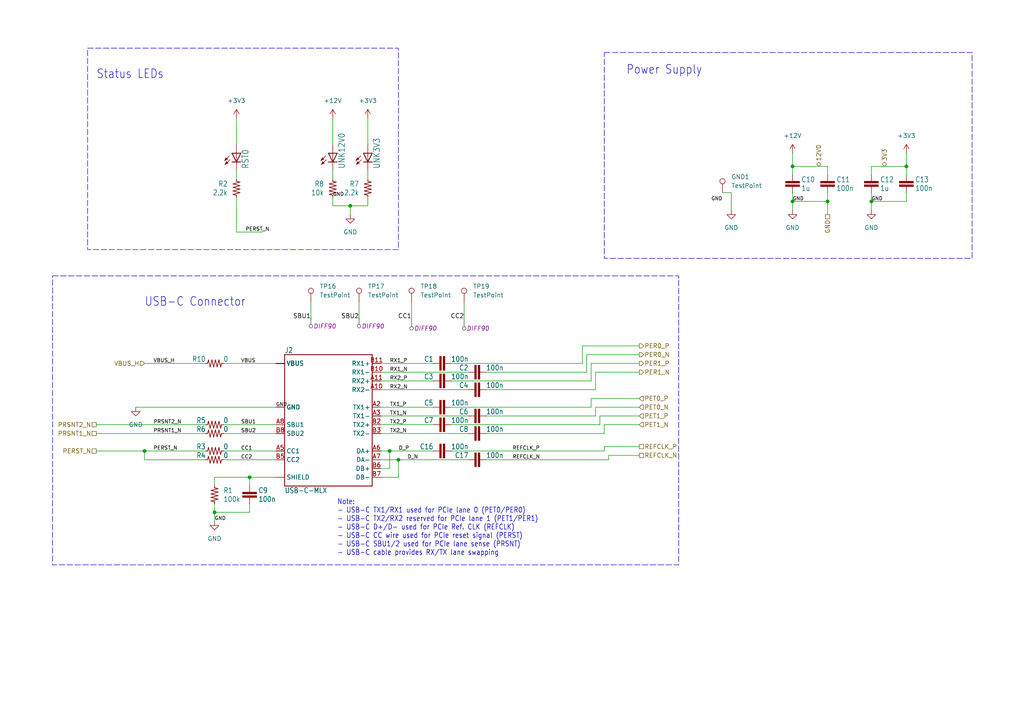
<source format=kicad_sch>
(kicad_sch (version 20230121) (generator eeschema)
  (paper "A4")
  (title_block (title "PCIE - USB-C Connector for Lane 1") (date "2023-08-18") (rev "v1"))
  (lib_symbols
    (symbol "Connector:TestPoint" (pin_numbers hide) (pin_names (offset 0.762) hide)
      (property "Reference" "TP" (at 0 6.858 0))
      (property "Value" "TestPoint" (at 0 5.08 0))
      (symbol "TestPoint_0_1"
        (circle (center 0 3.302) (radius 0.762))
      )
      (symbol "TestPoint_1_1"
        (pin passive line (at 0 0 90) (length 2.54) (name "1") (number "1"))
      )
    )
    (symbol "pcie2usbc-eagle-import:C-EUC0402"
      (property "Reference" "C" (at 2.54 1.27 0))
      (symbol "C-EUC0402_1_0"
        (rectangle (start -2.032 -0.762) (end 2.032 -0.254) (fill (type outline)))
        (rectangle (start -2.032 0.254) (end 2.032 0.762) (fill (type outline)))
        (polyline (pts (xy 0 -2.54) (xy 0 -0.762)) (stroke (width 0.1524)))
        (polyline (pts (xy 0 2.54) (xy 0 0.762)) (stroke (width 0.1524)))
        (pin passive line (at 0 2.54 270) (length 0) (name "1") (number "1"))
        (pin passive line (at 0 -2.54 90) (length 0) (name "2") (number "2"))
      )
    )
    (symbol "pcie2usbc-eagle-import:C-EUC0603K"
      (property "Reference" "C" (at 2.54 1.27 0))
      (symbol "C-EUC0603K_1_0"
        (rectangle (start -2.032 -0.762) (end 2.032 -0.254) (fill (type outline)))
        (rectangle (start -2.032 0.254) (end 2.032 0.762) (fill (type outline)))
        (polyline (pts (xy 0 -2.54) (xy 0 -0.762)) (stroke (width 0.1524)))
        (polyline (pts (xy 0 2.54) (xy 0 0.762)) (stroke (width 0.1524)))
        (pin passive line (at 0 2.54 270) (length 0) (name "1") (number "1"))
        (pin passive line (at 0 -2.54 90) (length 0) (name "2") (number "2"))
      )
    )
    (symbol "pcie2usbc-eagle-import:LEDSML0805"
      (property "Reference" "LED" (at 3.556 -4.572 90))
      (symbol "LEDSML0805_1_0"
        (polyline (pts (xy -2.032 -0.762) (xy -3.429 -2.159)) (stroke (width 0.1524)))
        (polyline (pts (xy -1.905 -1.905) (xy -3.302 -3.302)) (stroke (width 0.1524)))
        (polyline (pts (xy 0 -2.54) (xy -1.27 -2.54)) (stroke (width 0.254)))
        (polyline (pts (xy 0 -2.54) (xy -1.27 0)) (stroke (width 0.254)))
        (polyline (pts (xy 0 0) (xy -1.27 0)) (stroke (width 0.254)))
        (polyline (pts (xy 0 0) (xy 0 -2.54)) (stroke (width 0.1524)))
        (polyline (pts (xy 1.27 -2.54) (xy 0 -2.54)) (stroke (width 0.254)))
        (polyline (pts (xy 1.27 0) (xy 0 -2.54)) (stroke (width 0.254)))
        (polyline (pts (xy 1.27 0) (xy 0 0)) (stroke (width 0.254)))
        (polyline (pts (xy -3.429 -2.159) (xy -3.048 -1.27) (xy -2.54 -1.778)) (stroke (width 0.1524)) (fill (type outline)))
        (polyline (pts (xy -3.302 -3.302) (xy -2.921 -2.413) (xy -2.413 -2.921)) (stroke (width 0.1524)) (fill (type outline)))
        (pin passive line (at 0 2.54 270) (length 2.54) (name "A") (number "A"))
        (pin passive line (at 0 -5.08 90) (length 2.54) (name "C") (number "C"))
      )
    )
    (symbol "pcie2usbc-eagle-import:R-US_R0603"
      (property "Reference" "R" (at 2.54 1.27 0))
      (symbol "R-US_R0603_1_0"
        (polyline (pts (xy -1.016 -1.778) (xy 0 -2.032)) (stroke (width 0.2032)))
        (polyline (pts (xy -1.016 -0.762) (xy 1.016 -0.254)) (stroke (width 0.2032)))
        (polyline (pts (xy -1.016 0.254) (xy 1.016 0.762)) (stroke (width 0.2032)))
        (polyline (pts (xy -1.016 1.27) (xy 1.016 1.778)) (stroke (width 0.2032)))
        (polyline (pts (xy 0 -2.032) (xy 0 -2.54)) (stroke (width 0.2032)))
        (polyline (pts (xy 0 2.032) (xy 0 2.54)) (stroke (width 0.2032)))
        (polyline (pts (xy 1.016 -1.27) (xy -1.016 -1.778)) (stroke (width 0.2032)))
        (polyline (pts (xy 1.016 -1.27) (xy -1.016 -0.762)) (stroke (width 0.2032)))
        (polyline (pts (xy 1.016 -0.254) (xy -1.016 0.254)) (stroke (width 0.2032)))
        (polyline (pts (xy 1.016 0.762) (xy -1.016 1.27)) (stroke (width 0.2032)))
        (polyline (pts (xy 1.016 1.778) (xy 0 2.032)) (stroke (width 0.2032)))
        (pin passive line (at 0 -2.54 90) (length 0) (name "1") (number "1"))
        (pin passive line (at 0 2.54 270) (length 0) (name "2") (number "2"))
      )
    )
    (symbol "pcie2usbc-eagle-import:USB-C-MLX"
      (property "Reference" "J3" (at -12.7 19.05 0))
      (property "Value" "USB-C-MLX" (at -12.7 -21.59 0))
      (symbol "USB-C-MLX_1_0"
        (polyline (pts (xy -12.7 -20.32) (xy 12.7 -20.32)) (stroke (width 0.254)))
        (polyline (pts (xy -12.7 17.78) (xy -12.7 -20.32)) (stroke (width 0.254)))
        (polyline (pts (xy 12.7 -20.32) (xy 12.7 17.78)) (stroke (width 0.254)))
        (polyline (pts (xy 12.7 17.78) (xy -12.7 17.78)) (stroke (width 0.254)))
        (pin passive line (at -15.24 2.54 0) (length 2.54) (name "GND") (number "A1"))
        (pin passive line (at 15.24 7.62 180) (length 2.54) (name "RX2-") (number "A10"))
        (pin passive line (at 15.24 10.16 180) (length 2.54) (name "RX2+") (number "A11"))
        (pin passive line (at -15.24 2.54 0) (length 2.54) (name "GND") (number "A12"))
        (pin passive line (at 15.24 2.54 180) (length 2.54) (name "TX1+") (number "A2"))
        (pin passive line (at 15.24 0 180) (length 2.54) (name "TX1-") (number "A3"))
        (pin passive line (at -15.24 15.24 0) (length 2.54) (name "VBUS") (number "A4"))
        (pin passive line (at -15.24 -10.16 0) (length 2.54) (name "CC1") (number "A5"))
        (pin passive line (at 15.24 -10.16 180) (length 2.54) (name "DA+") (number "A6"))
        (pin passive line (at 15.24 -12.7 180) (length 2.54) (name "DA-") (number "A7"))
        (pin passive line (at -15.24 -2.54 0) (length 2.54) (name "SBU1") (number "A8"))
        (pin passive line (at -15.24 15.24 0) (length 2.54) (name "VBUS") (number "A9"))
        (pin passive line (at -15.24 2.54 0) (length 2.54) (name "GND") (number "B1"))
        (pin passive line (at 15.24 12.7 180) (length 2.54) (name "RX1-") (number "B10"))
        (pin passive line (at 15.24 15.24 180) (length 2.54) (name "RX1+") (number "B11"))
        (pin passive line (at -15.24 2.54 0) (length 2.54) (name "GND") (number "B12"))
        (pin passive line (at 15.24 -2.54 180) (length 2.54) (name "TX2+") (number "B2"))
        (pin passive line (at 15.24 -5.08 180) (length 2.54) (name "TX2-") (number "B3"))
        (pin passive line (at -15.24 15.24 0) (length 2.54) (name "VBUS") (number "B4"))
        (pin passive line (at -15.24 -12.7 0) (length 2.54) (name "CC2") (number "B5"))
        (pin passive line (at 15.24 -15.24 180) (length 2.54) (name "DB+") (number "B6"))
        (pin passive line (at 15.24 -17.78 180) (length 2.54) (name "DB-") (number "B7"))
        (pin passive line (at -15.24 -5.08 0) (length 2.54) (name "SBU2") (number "B8"))
        (pin passive line (at -15.24 15.24 0) (length 2.54) (name "VBUS") (number "B9"))
        (pin passive line (at -15.24 -17.78 0) (length 2.54) (name "SHIELD") (number "S1"))
      )
    )
    (symbol "power:+12V" (power) (pin_names (offset 0))
      (property "Value" "+12V" (at 0 3.556 0))
      (symbol "+12V_0_1"
        (polyline (pts (xy -0.762 1.27) (xy 0 2.54)))
        (polyline (pts (xy 0 0) (xy 0 2.54)))
        (polyline (pts (xy 0 2.54) (xy 0.762 1.27)))
      )
      (symbol "+12V_1_1"
        (pin power_in line (at 0 0 90) (length 0) hide (name "+12V") (number "1"))
      )
    )
    (symbol "power:+3V3" (power) (pin_names (offset 0))
      (property "Value" "+3V3" (at 0 3.556 0))
      (symbol "+3V3_0_1"
        (polyline (pts (xy -0.762 1.27) (xy 0 2.54)))
        (polyline (pts (xy 0 0) (xy 0 2.54)))
        (polyline (pts (xy 0 2.54) (xy 0.762 1.27)))
      )
      (symbol "+3V3_1_1"
        (pin power_in line (at 0 0 90) (length 0) hide (name "+3V3") (number "1"))
      )
    )
    (symbol "power:GND" (power) (pin_names (offset 0))
      (property "Value" "GND" (at 0 -3.81 0))
      (symbol "GND_0_1"
        (polyline (pts (xy 0 0) (xy 0 -1.27) (xy 1.27 -1.27) (xy 0 -2.54) (xy -1.27 -1.27) (xy 0 -1.27)))
      )
      (symbol "GND_1_1"
        (pin power_in line (at 0 0 270) (length 0) hide (name "GND") (number "1"))
      )
    )
  )
  (junction (at 62.23 148.59))
  (junction (at 41.91 130.81))
  (junction (at 240.03 58.42))
  (junction (at 229.87 58.42))
  (junction (at 72.39 138.43))
  (junction (at 252.73 58.42))
  (junction (at 115.57 133.35))
  (junction (at 101.6 59.69))
  (junction (at 262.89 48.26))
  (junction (at 229.87 48.26))
  (junction (at 113.03 130.81))
  (wire (pts (xy 106.68 49.53) (xy 106.68 52.07)) (stroke (width 0.1524)))
  (wire (pts (xy 262.89 48.26) (xy 262.89 50.8)) (stroke (width 0.1524)))
  (wire (pts (xy 96.52 59.69) (xy 101.6 59.69)) (stroke (width 0.1524)))
  (wire (pts (xy 175.26 129.54) (xy 185.42 129.54)))
  (wire (pts (xy 229.87 48.26) (xy 240.03 48.26)) (stroke (width 0.1524)))
  (wire (pts (xy 110.49 110.49) (xy 125.73 110.49)) (stroke (width 0.1524)))
  (wire (pts (xy 59.69 133.35) (xy 41.91 133.35)) (stroke (width 0.1524)))
  (wire (pts (xy 240.03 48.26) (xy 240.03 50.8)) (stroke (width 0.1524)))
  (wire (pts (xy 59.69 105.41) (xy 41.91 105.41)) (stroke (width 0.1524)))
  (wire (pts (xy 113.03 130.81) (xy 125.73 130.81)) (stroke (width 0.1524)))
  (wire (pts (xy 171.45 105.41) (xy 185.42 105.41)))
  (wire (pts (xy 175.26 125.73) (xy 175.26 124.46)) (stroke (width 0.1524)))
  (wire (pts (xy 172.72 120.65) (xy 172.72 119.38)) (stroke (width 0.1524)))
  (wire (pts (xy 240.03 58.42) (xy 229.87 58.42)) (stroke (width 0.1524)))
  (wire (pts (xy 185.42 118.11) (xy 172.72 118.11)))
  (wire (pts (xy 229.87 58.42) (xy 229.87 60.96)) (stroke (width 0.1524)))
  (wire (pts (xy 110.49 120.65) (xy 135.89 120.65)) (stroke (width 0.1524)))
  (wire (pts (xy 41.91 130.81) (xy 59.69 130.81)) (stroke (width 0.1524)))
  (wire (pts (xy 262.89 55.88) (xy 262.89 58.42)) (stroke (width 0.1524)))
  (wire (pts (xy 64.77 130.81) (xy 80.01 130.81)) (stroke (width 0.1524)))
  (wire (pts (xy 115.57 138.43) (xy 110.49 138.43)) (stroke (width 0.1524)))
  (wire (pts (xy 27.94 123.19) (xy 59.69 123.19)) (stroke (width 0.1524)))
  (wire (pts (xy 175.26 130.81) (xy 175.26 129.54)) (stroke (width 0.1524)))
  (wire (pts (xy 130.81 110.49) (xy 171.45 110.49)) (stroke (width 0.1524)))
  (wire (pts (xy 72.39 138.43) (xy 62.23 138.43)) (stroke (width 0.1524)))
  (wire (pts (xy 252.73 48.26) (xy 262.89 48.26)) (stroke (width 0.1524)))
  (wire (pts (xy 140.97 133.35) (xy 176.53 133.35)) (stroke (width 0.1524)))
  (wire (pts (xy 240.03 58.42) (xy 240.03 62.23)))
  (wire (pts (xy 172.72 107.95) (xy 185.42 107.95)))
  (wire (pts (xy 229.87 58.42) (xy 229.87 55.88)) (stroke (width 0.1524)))
  (wire (pts (xy 176.53 132.08) (xy 185.42 132.08)))
  (wire (pts (xy 252.73 58.42) (xy 252.73 60.96)) (stroke (width 0.1524)))
  (wire (pts (xy 96.52 41.91) (xy 96.52 34.29)) (stroke (width 0.1524)))
  (wire (pts (xy 240.03 55.88) (xy 240.03 58.42)) (stroke (width 0.1524)))
  (wire (pts (xy 64.77 125.73) (xy 80.01 125.73)) (stroke (width 0.1524)))
  (wire (pts (xy 168.91 105.41) (xy 168.91 100.33)) (stroke (width 0.1524)))
  (wire (pts (xy 115.57 133.35) (xy 115.57 138.43)) (stroke (width 0.1524)))
  (wire (pts (xy 140.97 107.95) (xy 170.18 107.95)) (stroke (width 0.1524)))
  (wire (pts (xy 140.97 120.65) (xy 172.72 120.65)) (stroke (width 0.1524)))
  (wire (pts (xy 68.58 67.31) (xy 68.58 57.15)) (stroke (width 0.1524)))
  (wire (pts (xy 90.17 87.63) (xy 90.17 92.71)))
  (wire (pts (xy 212.09 55.88) (xy 209.55 55.88)) (stroke (width 0.1524)))
  (wire (pts (xy 76.2 67.31) (xy 68.58 67.31)) (stroke (width 0.1524)))
  (wire (pts (xy 27.94 125.73) (xy 59.69 125.73)) (stroke (width 0.1524)))
  (wire (pts (xy 96.52 57.15) (xy 96.52 59.69)) (stroke (width 0.1524)))
  (wire (pts (xy 170.18 102.87) (xy 185.42 102.87)))
  (wire (pts (xy 173.99 120.65) (xy 173.99 121.92)))
  (wire (pts (xy 68.58 49.53) (xy 68.58 52.07)) (stroke (width 0.1524)))
  (wire (pts (xy 72.39 138.43) (xy 72.39 140.97)) (stroke (width 0.1524)))
  (wire (pts (xy 134.62 87.63) (xy 134.62 92.71)))
  (wire (pts (xy 104.14 87.63) (xy 104.14 92.71)))
  (wire (pts (xy 64.77 123.19) (xy 80.01 123.19)) (stroke (width 0.1524)))
  (wire (pts (xy 262.89 44.45) (xy 262.89 48.26)))
  (wire (pts (xy 185.42 120.65) (xy 173.99 120.65)))
  (wire (pts (xy 80.01 105.41) (xy 64.77 105.41)) (stroke (width 0.1524)))
  (wire (pts (xy 130.81 130.81) (xy 175.26 130.81)) (stroke (width 0.1524)))
  (wire (pts (xy 62.23 138.43) (xy 62.23 140.97)) (stroke (width 0.1524)))
  (wire (pts (xy 113.03 135.89) (xy 110.49 135.89)) (stroke (width 0.1524)))
  (wire (pts (xy 172.72 113.03) (xy 172.72 107.95)) (stroke (width 0.1524)))
  (wire (pts (xy 64.77 133.35) (xy 80.01 133.35)) (stroke (width 0.1524)))
  (wire (pts (xy 101.6 59.69) (xy 106.68 59.69)) (stroke (width 0.1524)))
  (wire (pts (xy 106.68 41.91) (xy 106.68 34.29)) (stroke (width 0.1524)))
  (wire (pts (xy 110.49 105.41) (xy 125.73 105.41)) (stroke (width 0.1524)))
  (wire (pts (xy 110.49 133.35) (xy 115.57 133.35)) (stroke (width 0.1524)))
  (wire (pts (xy 140.97 125.73) (xy 175.26 125.73)) (stroke (width 0.1524)))
  (wire (pts (xy 68.58 41.91) (xy 68.58 34.29)) (stroke (width 0.1524)))
  (wire (pts (xy 115.57 133.35) (xy 135.89 133.35)) (stroke (width 0.1524)))
  (wire (pts (xy 252.73 58.42) (xy 252.73 55.88)) (stroke (width 0.1524)))
  (wire (pts (xy 80.01 118.11) (xy 39.37 118.11)) (stroke (width 0.1524)))
  (wire (pts (xy 110.49 123.19) (xy 125.73 123.19)) (stroke (width 0.1524)))
  (wire (pts (xy 172.72 118.11) (xy 172.72 119.38)))
  (wire (pts (xy 176.53 133.35) (xy 176.53 132.08)) (stroke (width 0.1524)))
  (wire (pts (xy 173.99 123.19) (xy 173.99 121.92)) (stroke (width 0.1524)))
  (wire (pts (xy 229.87 44.45) (xy 229.87 48.26)))
  (wire (pts (xy 119.38 87.63) (xy 119.38 92.71)))
  (wire (pts (xy 135.89 113.03) (xy 110.49 113.03)) (stroke (width 0.1524)))
  (wire (pts (xy 27.94 130.81) (xy 41.91 130.81)) (stroke (width 0.1524)))
  (wire (pts (xy 171.45 118.11) (xy 171.45 116.84)) (stroke (width 0.1524)))
  (wire (pts (xy 80.01 138.43) (xy 72.39 138.43)) (stroke (width 0.1524)))
  (wire (pts (xy 72.39 148.59) (xy 72.39 146.05)) (stroke (width 0.1524)))
  (wire (pts (xy 135.89 107.95) (xy 110.49 107.95)) (stroke (width 0.1524)))
  (wire (pts (xy 229.87 50.8) (xy 229.87 48.26)) (stroke (width 0.1524)))
  (wire (pts (xy 62.23 148.59) (xy 72.39 148.59)) (stroke (width 0.1524)))
  (wire (pts (xy 96.52 49.53) (xy 96.52 52.07)) (stroke (width 0.1524)))
  (wire (pts (xy 175.26 123.19) (xy 175.26 124.46)))
  (wire (pts (xy 130.81 105.41) (xy 168.91 105.41)) (stroke (width 0.1524)))
  (wire (pts (xy 171.45 110.49) (xy 171.45 105.41)) (stroke (width 0.1524)))
  (wire (pts (xy 110.49 118.11) (xy 125.73 118.11)) (stroke (width 0.1524)))
  (wire (pts (xy 185.42 123.19) (xy 175.26 123.19)))
  (wire (pts (xy 171.45 115.57) (xy 171.45 116.84)))
  (wire (pts (xy 113.03 130.81) (xy 113.03 135.89)) (stroke (width 0.1524)))
  (wire (pts (xy 262.89 58.42) (xy 252.73 58.42)) (stroke (width 0.1524)))
  (wire (pts (xy 185.42 115.57) (xy 171.45 115.57)))
  (wire (pts (xy 130.81 123.19) (xy 173.99 123.19)) (stroke (width 0.1524)))
  (wire (pts (xy 110.49 125.73) (xy 135.89 125.73)) (stroke (width 0.1524)))
  (wire (pts (xy 252.73 50.8) (xy 252.73 48.26)) (stroke (width 0.1524)))
  (wire (pts (xy 110.49 130.81) (xy 113.03 130.81)) (stroke (width 0.1524)))
  (wire (pts (xy 130.81 118.11) (xy 171.45 118.11)) (stroke (width 0.1524)))
  (wire (pts (xy 106.68 59.69) (xy 106.68 57.15)) (stroke (width 0.1524)))
  (wire (pts (xy 212.09 55.88) (xy 212.09 60.96)) (stroke (width 0.1524)))
  (wire (pts (xy 62.23 148.59) (xy 62.23 146.05)) (stroke (width 0.1524)))
  (wire (pts (xy 170.18 107.95) (xy 170.18 102.87)) (stroke (width 0.1524)))
  (wire (pts (xy 41.91 130.81) (xy 41.91 133.35)) (stroke (width 0.1524)))
  (wire (pts (xy 101.6 62.23) (xy 101.6 59.69)) (stroke (width 0.1524)))
  (wire (pts (xy 62.23 151.13) (xy 62.23 148.59)) (stroke (width 0.1524)))
  (wire (pts (xy 140.97 113.03) (xy 172.72 113.03)) (stroke (width 0.1524)))
  (wire (pts (xy 168.91 100.33) (xy 185.42 100.33)))
  (rectangle (start 175.26 15.24) (end 281.94 74.93) (stroke (width 0) (type dash)))
  (rectangle (start 15.24 80.01) (end 196.85 163.83) (stroke (width 0) (type dash)))
  (rectangle (start 25.4 13.97) (end 115.57 72.39) (stroke (width 0) (type dash)))
  (text "USB-C Connector" (at 41.91 87.63 0) (effects (font (size 2.54 2.159)) (justify left)))
  (text "Note:\n- USB-C TX1/RX1 used for PCIe lane 0 (PET0/PER0)\n- USB-C TX2/RX2 reserved for PCIe lane 1 (PET1/PER1)\n- USB-C D+/D- used for PCIe Ref. CLK (REFCLK)\n- USB-C CC wire used for PCIe reset signal (PERST)\n- USB-C SBU1/2 used for PCIe lane sense (PRSNT)\n- USB-C cable provides RX/TX lane swapping" (at 97.79 144.78 0) (effects (font (size 1.524 1.2954)) (justify left top)))
  (text "Status LEDs" (at 27.94 21.59 0) (effects (font (size 2.54 2.159)) (justify left)))
  (text "Power Supply" (at 181.61 20.32 0) (effects (font (size 2.54 2.159)) (justify left)))
  (label "CC2" (at 134.62 92.71 180))
  (label "RX1_P" (at 113.03 105.41 0) (effects (font (size 1.0668 1.0668))))
  (label "D_P" (at 115.57 130.81 0) (effects (font (size 1.0668 1.0668))))
  (label "SBU2" (at 104.14 92.71 180))
  (label "TX1_P" (at 113.03 118.11 0) (effects (font (size 1.0668 1.0668))))
  (label "TX2_N" (at 113.03 125.73 0) (effects (font (size 1.0668 1.0668))))
  (label "GND" (at 252.73 58.42 0) (effects (font (size 1.016 1.016))))
  (label "PERST_N" (at 44.45 130.81 0) (effects (font (size 1.0668 1.0668))))
  (label "CC2" (at 69.85 133.35 0) (effects (font (size 1.0668 1.0668))))
  (label "VBUS" (at 69.85 105.41 0) (effects (font (size 1.0668 1.0668))))
  (label "RX2_P" (at 113.03 110.49 0) (effects (font (size 1.0668 1.0668))))
  (label "SBU1" (at 69.85 123.19 0) (effects (font (size 1.0668 1.0668))))
  (label "VBUS_H" (at 44.45 105.41 0) (effects (font (size 1.0668 1.0668))))
  (label "TX2_P" (at 113.03 123.19 0) (effects (font (size 1.0668 1.0668))))
  (label "RX2_N" (at 113.03 113.03 0) (effects (font (size 1.0668 1.0668))))
  (label "PRSNT2_N" (at 44.45 123.19 0) (effects (font (size 1.0668 1.0668))))
  (label "GND" (at 229.87 58.42 0) (effects (font (size 1.016 1.016))))
  (label "REFCLK_P" (at 148.59 130.81 0) (effects (font (size 1.0668 1.0668))))
  (label "GND" (at 96.52 57.15 0) (effects (font (size 1.016 1.016))))
  (label "TX1_N" (at 113.03 120.65 0) (effects (font (size 1.0668 1.0668))))
  (label "PRSNT1_N" (at 44.45 125.73 0) (effects (font (size 1.0668 1.0668))))
  (label "GND" (at 62.23 151.13 0) (effects (font (size 1.016 1.016))))
  (label "CC1" (at 119.38 92.71 180))
  (label "SBU2" (at 69.85 125.73 0) (effects (font (size 1.0668 1.0668))))
  (label "SBU1" (at 90.17 92.71 180))
  (label "PERST_N" (at 71.12 67.31 0) (effects (font (size 1.0668 1.0668))))
  (label "D_N" (at 118.11 133.35 0) (effects (font (size 1.0668 1.0668))))
  (label "CC1" (at 69.85 130.81 0) (effects (font (size 1.0668 1.0668))))
  (label "RX1_N" (at 113.03 107.95 0) (effects (font (size 1.0668 1.0668))))
  (label "GND" (at 80.01 118.11 0) (effects (font (size 1.016 1.016))))
  (label "REFCLK_N" (at 148.59 133.35 0) (effects (font (size 1.0668 1.0668))))
  (label "GND" (at 209.55 58.42 180) (effects (font (size 1.016 1.016))))
  (hierarchical_label "PET0_P" (shape input) (at 185.42 115.57 0))
  (hierarchical_label "PRSNT1_N" (shape passive) (at 27.94 125.73 180))
  (hierarchical_label "VBUS_H" (shape input) (at 41.91 105.41 180))
  (hierarchical_label "PET1_P" (shape input) (at 185.42 120.65 0))
  (hierarchical_label "PER1_N" (shape output) (at 185.42 107.95 0))
  (hierarchical_label "PER0_N" (shape output) (at 185.42 102.87 0))
  (hierarchical_label "PERST_N" (shape passive) (at 27.94 130.81 180))
  (hierarchical_label "REFCLK_P" (shape passive) (at 185.42 129.54 0))
  (hierarchical_label "GND" (shape passive) (at 240.03 62.23 270))
  (hierarchical_label "PER0_P" (shape output) (at 185.42 100.33 0))
  (hierarchical_label "PET1_N" (shape input) (at 185.42 123.19 0))
  (hierarchical_label "REFCLK_N" (shape passive) (at 185.42 132.08 0))
  (hierarchical_label "3V3" (shape bidirectional) (at 256.54 48.26 90))
  (hierarchical_label "PRSNT2_N" (shape passive) (at 27.94 123.19 180))
  (hierarchical_label "PER1_P" (shape output) (at 185.42 105.41 0))
  (hierarchical_label "12V0" (shape bidirectional) (at 237.49 48.26 90))
  (hierarchical_label "PET0_N" (shape input) (at 185.42 118.11 0))
  (netclass_flag "" (length 2.54) (shape round) (at 104.14 92.075 180) (property "Netclass" "DIFF90" (at 104.8385 94.615 0) (effects (font italic) (justify left))))
  (netclass_flag "" (length 2.54) (shape round) (at 119.38 92.71 180) (property "Netclass" "DIFF90" (at 120.0785 95.25 0) (effects (font italic) (justify left))))
  (netclass_flag "" (length 2.54) (shape round) (at 90.17 92.075 180) (property "Netclass" "DIFF90" (at 90.8685 94.615 0) (effects (font italic) (justify left))))
  (netclass_flag "" (length 2.54) (shape round) (at 134.62 92.71 180) (property "Netclass" "DIFF90" (at 135.3185 95.25 0) (effects (font italic) (justify left))))
  (symbol (lib_id "pcie2usbc-eagle-import:C-EUC0402") (at 128.27 110.49 90) (unit 1)
    (property "Reference" "C3" (at 125.73 109.22 90) (effects (font (size 1.524 1.2954)) (justify left)))
    (property "Value" "100n" (at 130.81 109.22 90) (effects (font (size 1.524 1.2954)) (justify right)))
    (property "Footprint" "pcie2usbc:C0402" (effects hide))
    (instances (project "pcie2usbc" (path "" (reference "C3") (unit 1)) (path "" (reference "C7") (unit 1)) (path "" (reference "C22") (unit 1))))
  )
  (symbol (lib_id "power:GND") (at 39.37 118.11 0) (unit 1)
    (property "Reference" "#PWR019" (effects hide))
    (property "Value" "GND" (at 39.37 123.19 0))
    (instances (project "pcie2usbc" (path "" (reference "#PWR019") (unit 1)) (path "" (reference "#PWR030") (unit 1))))
  )
  (symbol (lib_id "pcie2usbc-eagle-import:C-EUC0402") (at 138.43 125.73 90) (unit 1)
    (property "Reference" "C8" (at 135.89 124.46 90) (effects (font (size 1.524 1.2954)) (justify left)))
    (property "Value" "100n" (at 140.97 124.46 90) (effects (font (size 1.524 1.2954)) (justify right)))
    (property "Footprint" "pcie2usbc:C0402" (effects hide))
    (instances (project "pcie2usbc" (path "" (reference "C8") (unit 1)) (path "" (reference "C12") (unit 1)) (path "" (reference "C27") (unit 1))))
  )
  (symbol (lib_id "pcie2usbc-eagle-import:LEDSML0805") (at 68.58 44.45 0) (unit 1)
    (property "Reference" "RST0" (at 72.136 49.022 90) (effects (font (size 1.778 1.5113)) (justify left bottom)))
    (property "Value" "LEDSML0805" (effects hide))
    (property "Footprint" "pcie2usbc:SML0805" (effects hide))
    (instances (project "pcie2usbc" (path "" (reference "RST0") (unit 1)) (path "" (reference "RST1") (unit 1)) (path "" (reference "RST2") (unit 1))))
  )
  (symbol (lib_id "pcie2usbc-eagle-import:C-EUC0402") (at 128.27 123.19 90) (unit 1)
    (property "Reference" "C7" (at 125.73 121.92 90) (effects (font (size 1.524 1.2954)) (justify left)))
    (property "Value" "100n" (at 130.81 121.92 90) (effects (font (size 1.524 1.2954)) (justify right)))
    (property "Footprint" "pcie2usbc:C0402" (effects hide))
    (instances (project "pcie2usbc" (path "" (reference "C7") (unit 1)) (path "" (reference "C11") (unit 1)) (path "" (reference "C26") (unit 1))))
  )
  (symbol (lib_id "pcie2usbc-eagle-import:LEDSML0805") (at 96.52 44.45 0) (unit 1)
    (property "Reference" "UNK12V0" (at 100.076 49.022 90) (effects (font (size 1.778 1.5113)) (justify left bottom)))
    (property "Value" "LEDSML0805" (effects hide))
    (property "Footprint" "pcie2usbc:SML0805" (effects hide))
    (instances (project "pcie2usbc" (path "" (reference "UNK12V0") (unit 1)) (path "" (reference "+12V1") (unit 1)) (path "" (reference "+12V2") (unit 1))))
  )
  (symbol (lib_id "Connector:TestPoint") (at 104.14 87.63 0) (unit 1)
    (property "Reference" "TP17" (at 106.68 83.058 0) (effects (justify left)))
    (property "Value" "TestPoint" (at 106.68 85.598 0) (effects (justify left)))
    (property "Footprint" "TestPoint:TestPoint_Pad_1.0x1.0mm" (effects hide))
    (instances (project "pcie2usbc" (path "" (reference "TP17") (unit 1)) (path "" (reference "TP12") (unit 1))))
  )
  (symbol (lib_id "pcie2usbc-eagle-import:C-EUC0402") (at 138.43 120.65 90) (unit 1)
    (property "Reference" "C6" (at 135.89 119.38 90) (effects (font (size 1.524 1.2954)) (justify left)))
    (property "Value" "100n" (at 140.97 119.38 90) (effects (font (size 1.524 1.2954)) (justify right)))
    (property "Footprint" "pcie2usbc:C0402" (effects hide))
    (instances (project "pcie2usbc" (path "" (reference "C6") (unit 1)) (path "" (reference "C10") (unit 1)) (path "" (reference "C25") (unit 1))))
  )
  (symbol (lib_id "Connector:TestPoint") (at 90.17 87.63 0) (unit 1)
    (property "Reference" "TP16" (at 92.71 83.058 0) (effects (justify left)))
    (property "Value" "TestPoint" (at 92.71 85.598 0) (effects (justify left)))
    (property "Footprint" "TestPoint:TestPoint_Pad_1.0x1.0mm" (effects hide))
    (instances (project "pcie2usbc" (path "" (reference "TP16") (unit 1)) (path "" (reference "TP11") (unit 1))))
  )
  (symbol (lib_id "power:+12V") (at 96.52 34.29 0) (unit 1)
    (property "Reference" "#PWR011" (effects hide))
    (property "Value" "+12V" (at 96.52 29.21 0))
    (instances (project "pcie2usbc" (path "" (reference "#PWR011") (unit 1)) (path "" (reference "#PWR022") (unit 1))))
  )
  (symbol (lib_id "pcie2usbc-eagle-import:R-US_R0603") (at 62.23 123.19 270) (unit 1)
    (property "Reference" "R5" (at 59.69 121.92 90) (effects (font (size 1.524 1.2954)) (justify right)))
    (property "Value" "0" (at 64.77 121.92 90) (effects (font (size 1.524 1.2954)) (justify left)))
    (property "Footprint" "Resistor_SMD:R_0402_1005Metric_Pad0.72x0.64mm_HandSolder" (effects hide))
    (instances (project "pcie2usbc" (path "" (reference "R5") (unit 1)) (path "" (reference "JP4") (unit 1)) (path "" (reference "JP9") (unit 1))))
  )
  (symbol (lib_id "power:+3V3") (at 262.89 44.45 0) (unit 1)
    (property "Reference" "#PWR014" (effects hide))
    (property "Value" "+3V3" (at 262.89 39.37 0))
    (instances (project "pcie2usbc" (path "" (reference "#PWR014") (unit 1)) (path "" (reference "#PWR025") (unit 1))))
  )
  (symbol (lib_id "pcie2usbc-eagle-import:R-US_R0603") (at 62.23 105.41 270) (unit 1)
    (property "Reference" "R10" (at 59.69 104.14 90) (effects (font (size 1.524 1.2954)) (justify right)))
    (property "Value" "0" (at 64.77 104.14 90) (effects (font (size 1.524 1.2954)) (justify left)))
    (property "Footprint" "Resistor_SMD:R_0402_1005Metric_Pad0.72x0.64mm_HandSolder" (effects hide))
    (instances (project "pcie2usbc" (path "" (reference "R10") (unit 1)) (path "" (reference "JP3") (unit 1)) (path "" (reference "JP8") (unit 1))))
  )
  (symbol (lib_id "pcie2usbc-eagle-import:R-US_R0603") (at 62.23 125.73 270) (unit 1)
    (property "Reference" "R6" (at 59.69 124.46 90) (effects (font (size 1.524 1.2954)) (justify right)))
    (property "Value" "0" (at 64.77 124.46 90) (effects (font (size 1.524 1.2954)) (justify left)))
    (property "Footprint" "Resistor_SMD:R_0402_1005Metric_Pad0.72x0.64mm_HandSolder" (effects hide))
    (instances (project "pcie2usbc" (path "" (reference "R6") (unit 1)) (path "" (reference "JP5") (unit 1)) (path "" (reference "JP10") (unit 1))))
  )
  (symbol (lib_id "power:GND") (at 101.6 62.23 0) (unit 1)
    (property "Reference" "#PWR06" (effects hide))
    (property "Value" "GND" (at 101.6 67.31 0))
    (instances (project "pcie2usbc" (path "" (reference "#PWR06") (unit 1)) (path "" (reference "#PWR015") (unit 1)) (path "" (reference "#PWR026") (unit 1))))
  )
  (symbol (lib_id "power:+3V3") (at 106.68 34.29 0) (unit 1)
    (property "Reference" "#PWR012" (effects hide))
    (property "Value" "+3V3" (at 106.68 29.21 0))
    (instances (project "pcie2usbc" (path "" (reference "#PWR012") (unit 1)) (path "" (reference "#PWR023") (unit 1))))
  )
  (symbol (lib_id "pcie2usbc-eagle-import:C-EUC0603K") (at 72.39 143.51 0) (unit 1)
    (property "Reference" "C9" (at 74.93 142.24 0) (effects (font (size 1.524 1.2954)) (justify left)))
    (property "Value" "100n" (at 74.93 144.78 0) (effects (font (size 1.524 1.2954)) (justify left)))
    (property "Footprint" "pcie2usbc:C0603K" (effects hide))
    (property "DESCRIPTION" "CAP CER 0.1UF 25V X7R 0603" (effects hide))
    (property "MFG" "Yageo" (effects hide))
    (property "MPN" "CC0603KRX7R8BB104" (effects hide))
    (property "PN-DK" "311-1341-1-ND" (effects hide))
    (instances (project "pcie2usbc" (path "" (reference "C9") (unit 1)) (path "" (reference "C15") (unit 1)) (path "" (reference "C30") (unit 1))))
  )
  (symbol (lib_id "pcie2usbc-eagle-import:R-US_R0603") (at 106.68 54.61 0) (unit 1)
    (property "Reference" "R7" (at 104.14 53.34 0) (effects (font (size 1.524 1.2954)) (justify right)))
    (property "Value" "2.2k" (at 104.14 55.88 0) (effects (font (size 1.524 1.2954)) (justify right)))
    (property "Footprint" "Resistor_SMD:R_0402_1005Metric_Pad0.72x0.64mm_HandSolder" (effects hide))
    (instances (project "pcie2usbc" (path "" (reference "R7") (unit 1)) (path "" (reference "R3") (unit 1)) (path "" (reference "R7") (unit 1))))
  )
  (symbol (lib_id "pcie2usbc-eagle-import:R-US_R0603") (at 62.23 143.51 0) (unit 1)
    (property "Reference" "R1" (at 64.77 142.24 0) (effects (font (size 1.524 1.2954)) (justify left)))
    (property "Value" "100k" (at 64.77 144.78 0) (effects (font (size 1.524 1.2954)) (justify left)))
    (property "Footprint" "Resistor_SMD:R_0402_1005Metric_Pad0.72x0.64mm_HandSolder" (effects hide))
    (property "DESCRIPTION" "RES SMD 100K OHM 1% 1/10W 0603" (effects hide))
    (property "MFG" "Yageo" (effects hide))
    (property "MPN" "RC0603FR-07100KL" (effects hide))
    (property "PN-DK" "311-100KHRCT-ND" (effects hide))
    (instances (project "pcie2usbc" (path "" (reference "R1") (unit 1)) (path "" (reference "R4") (unit 1)) (path "" (reference "R8") (unit 1))))
  )
  (symbol (lib_id "Connector:TestPoint") (at 209.55 55.88 0) (unit 1)
    (property "Reference" "GND1" (at 212.09 51.308 0) (effects (justify left)))
    (property "Value" "TestPoint" (at 212.09 53.848 0) (effects (justify left)))
    (property "Footprint" "TestPoint:TestPoint_Keystone_5015_Micro-Minature" (effects hide))
    (instances (project "pcie2usbc" (path "" (reference "GND1") (unit 1)) (path "" (reference "TP15") (unit 1))))
  )
  (symbol (lib_id "pcie2usbc-eagle-import:C-EUC0603K") (at 240.03 53.34 0) (unit 1)
    (property "Reference" "C11" (at 242.57 52.07 0) (effects (font (size 1.524 1.2954)) (justify left)))
    (property "Value" "100n" (at 242.57 54.61 0) (effects (font (size 1.524 1.2954)) (justify left)))
    (property "Footprint" "pcie2usbc:C0603K" (effects hide))
    (property "DESCRIPTION" "CAP CER 0.1UF 25V X7R 0603" (effects hide))
    (property "MFG" "Yageo" (effects hide))
    (property "MPN" "CC0603KRX7R8BB104" (effects hide))
    (property "PN-DK" "311-1341-1-ND" (effects hide))
    (instances (project "pcie2usbc" (path "" (reference "C11") (unit 1)) (path "" (reference "C2") (unit 1)) (path "" (reference "C17") (unit 1))))
  )
  (symbol (lib_id "power:GND") (at 62.23 151.13 0) (unit 1)
    (property "Reference" "#PWR020" (effects hide))
    (property "Value" "GND" (at 62.23 156.21 0))
    (instances (project "pcie2usbc" (path "" (reference "#PWR020") (unit 1)) (path "" (reference "#PWR031") (unit 1))))
  )
  (symbol (lib_id "pcie2usbc-eagle-import:C-EUC0603K") (at 252.73 53.34 0) (unit 1)
    (property "Reference" "C12" (at 255.27 52.07 0) (effects (font (size 1.524 1.2954)) (justify left)))
    (property "Value" "1u" (at 255.27 54.61 0) (effects (font (size 1.524 1.2954)) (justify left)))
    (property "Footprint" "pcie2usbc:C0603K" (effects hide))
    (property "DESCRIPTION" "CAP CER 0.1UF 25V X7R 0603" (effects hide))
    (property "MFG" "Yageo" (effects hide))
    (property "MPN" "CC0603KRX7R8BB104" (effects hide))
    (property "PN-DK" "311-1341-1-ND" (effects hide))
    (instances (project "pcie2usbc" (path "" (reference "C12") (unit 1)) (path "" (reference "C3") (unit 1)) (path "" (reference "C18") (unit 1))))
  )
  (symbol (lib_id "pcie2usbc-eagle-import:USB-C-MLX") (at 95.25 120.65 0) (unit 1)
    (property "Reference" "J2" (at 82.55 101.6 0) (effects (font (size 1.524 1.2954)) (justify left)))
    (property "Value" "USB-C-MLX" (at 82.55 142.24 0) (effects (font (size 1.524 1.2954)) (justify left)))
    (property "Footprint" "Connector_USB:USB_C_Receptacle_Amphenol_12401610E4-2A" (effects hide))
    (instances (project "pcie2usbc" (path "" (reference "J2") (unit 1)) (path "" (reference "J2") (unit 1)) (path "" (reference "J3") (unit 1))))
  )
  (symbol (lib_id "power:GND") (at 212.09 60.96 0) (unit 1)
    (property "Reference" "#PWR03" (effects hide))
    (property "Value" "GND" (at 212.09 66.04 0))
    (instances (project "pcie2usbc" (path "" (reference "#PWR03") (unit 1)) (path "" (reference "#PWR016") (unit 1)) (path "" (reference "#PWR027") (unit 1))))
  )
  (symbol (lib_id "pcie2usbc-eagle-import:C-EUC0603K") (at 262.89 53.34 0) (unit 1)
    (property "Reference" "C13" (at 265.43 52.07 0) (effects (font (size 1.524 1.2954)) (justify left)))
    (property "Value" "100n" (at 265.43 54.61 0) (effects (font (size 1.524 1.2954)) (justify left)))
    (property "Footprint" "pcie2usbc:C0603K" (effects hide))
    (property "DESCRIPTION" "CAP CER 0.1UF 25V X7R 0603" (effects hide))
    (property "MFG" "Yageo" (effects hide))
    (property "MPN" "CC0603KRX7R8BB104" (effects hide))
    (property "PN-DK" "311-1341-1-ND" (effects hide))
    (instances (project "pcie2usbc" (path "" (reference "C13") (unit 1)) (path "" (reference "C4") (unit 1)) (path "" (reference "C19") (unit 1))))
  )
  (symbol (lib_id "power:GND") (at 252.73 60.96 0) (unit 1)
    (property "Reference" "#PWR05" (effects hide))
    (property "Value" "GND" (at 252.73 66.04 0))
    (instances (project "pcie2usbc" (path "" (reference "#PWR05") (unit 1)) (path "" (reference "#PWR018") (unit 1)) (path "" (reference "#PWR029") (unit 1))))
  )
  (symbol (lib_id "pcie2usbc-eagle-import:LEDSML0805") (at 106.68 44.45 0) (unit 1)
    (property "Reference" "UNK3V3" (at 110.236 49.022 90) (effects (font (size 1.778 1.5113)) (justify left bottom)))
    (property "Value" "LEDSML0805" (effects hide))
    (property "Footprint" "pcie2usbc:SML0805" (effects hide))
    (instances (project "pcie2usbc" (path "" (reference "UNK3V3") (unit 1)) (path "" (reference "+3V1") (unit 1)) (path "" (reference "+3V2") (unit 1))))
  )
  (symbol (lib_id "power:+3V3") (at 68.58 34.29 0) (unit 1)
    (property "Reference" "#PWR010" (effects hide))
    (property "Value" "+3V3" (at 68.58 29.21 0))
    (instances (project "pcie2usbc" (path "" (reference "#PWR010") (unit 1)) (path "" (reference "#PWR021") (unit 1))))
  )
  (symbol (lib_id "pcie2usbc-eagle-import:R-US_R0603") (at 96.52 54.61 0) (unit 1)
    (property "Reference" "R8" (at 93.98 53.34 0) (effects (font (size 1.524 1.2954)) (justify right)))
    (property "Value" "10k" (at 93.98 55.88 0) (effects (font (size 1.524 1.2954)) (justify right)))
    (property "Footprint" "Resistor_SMD:R_0402_1005Metric_Pad0.72x0.64mm_HandSolder" (effects hide))
    (instances (project "pcie2usbc" (path "" (reference "R8") (unit 1)) (path "" (reference "R2") (unit 1)) (path "" (reference "R6") (unit 1))))
  )
  (symbol (lib_id "Connector:TestPoint") (at 134.62 87.63 0) (unit 1)
    (property "Reference" "TP19" (at 137.16 83.058 0) (effects (justify left)))
    (property "Value" "TestPoint" (at 137.16 85.598 0) (effects (justify left)))
    (property "Footprint" "TestPoint:TestPoint_Pad_1.0x1.0mm" (effects hide))
    (instances (project "pcie2usbc" (path "" (reference "TP19") (unit 1)) (path "" (reference "TP14") (unit 1))))
  )
  (symbol (lib_id "power:+12V") (at 229.87 44.45 0) (unit 1)
    (property "Reference" "#PWR013" (effects hide))
    (property "Value" "+12V" (at 229.87 39.37 0))
    (instances (project "pcie2usbc" (path "" (reference "#PWR013") (unit 1)) (path "" (reference "#PWR024") (unit 1))))
  )
  (symbol (lib_id "pcie2usbc-eagle-import:C-EUC0402") (at 138.43 133.35 90) (unit 1)
    (property "Reference" "C17" (at 135.89 132.08 90) (effects (font (size 1.524 1.2954)) (justify left)))
    (property "Value" "100n" (at 140.97 132.08 90) (effects (font (size 1.524 1.2954)) (justify right)))
    (property "Footprint" "pcie2usbc:C0402" (effects hide))
    (instances (project "pcie2usbc" (path "" (reference "C17") (unit 1)) (path "" (reference "C14") (unit 1)) (path "" (reference "C29") (unit 1))))
  )
  (symbol (lib_id "pcie2usbc-eagle-import:C-EUC0402") (at 128.27 130.81 90) (unit 1)
    (property "Reference" "C16" (at 125.73 129.54 90) (effects (font (size 1.524 1.2954)) (justify left)))
    (property "Value" "100n" (at 130.81 129.54 90) (effects (font (size 1.524 1.2954)) (justify right)))
    (property "Footprint" "pcie2usbc:C0402" (effects hide))
    (instances (project "pcie2usbc" (path "" (reference "C16") (unit 1)) (path "" (reference "C13") (unit 1)) (path "" (reference "C28") (unit 1))))
  )
  (symbol (lib_id "Connector:TestPoint") (at 119.38 87.63 0) (unit 1)
    (property "Reference" "TP18" (at 121.92 83.058 0) (effects (justify left)))
    (property "Value" "TestPoint" (at 121.92 85.598 0) (effects (justify left)))
    (property "Footprint" "TestPoint:TestPoint_Pad_1.0x1.0mm" (effects hide))
    (instances (project "pcie2usbc" (path "" (reference "TP18") (unit 1)) (path "" (reference "TP13") (unit 1))))
  )
  (symbol (lib_id "pcie2usbc-eagle-import:C-EUC0402") (at 128.27 105.41 90) (unit 1)
    (property "Reference" "C1" (at 125.73 104.14 90) (effects (font (size 1.524 1.2954)) (justify left)))
    (property "Value" "100n" (at 130.81 104.14 90) (effects (font (size 1.524 1.2954)) (justify right)))
    (property "Footprint" "pcie2usbc:C0402" (effects hide))
    (instances (project "pcie2usbc" (path "" (reference "C1") (unit 1)) (path "" (reference "C5") (unit 1)) (path "" (reference "C20") (unit 1))))
  )
  (symbol (lib_id "pcie2usbc-eagle-import:C-EUC0603K") (at 229.87 53.34 0) (unit 1)
    (property "Reference" "C10" (at 232.41 52.07 0) (effects (font (size 1.524 1.2954)) (justify left)))
    (property "Value" "1u" (at 232.41 54.61 0) (effects (font (size 1.524 1.2954)) (justify left)))
    (property "Footprint" "pcie2usbc:C0603K" (effects hide))
    (property "DESCRIPTION" "CAP CER 0.1UF 25V X7R 0603" (effects hide))
    (property "MFG" "Yageo" (effects hide))
    (property "MPN" "CC0603KRX7R8BB104" (effects hide))
    (property "PN-DK" "311-1341-1-ND" (effects hide))
    (instances (project "pcie2usbc" (path "" (reference "C10") (unit 1)) (path "" (reference "C1") (unit 1)) (path "" (reference "C16") (unit 1))))
  )
  (symbol (lib_id "pcie2usbc-eagle-import:C-EUC0402") (at 138.43 107.95 90) (unit 1)
    (property "Reference" "C2" (at 135.89 106.68 90) (effects (font (size 1.524 1.2954)) (justify left)))
    (property "Value" "100n" (at 140.97 106.68 90) (effects (font (size 1.524 1.2954)) (justify right)))
    (property "Footprint" "pcie2usbc:C0402" (effects hide))
    (instances (project "pcie2usbc" (path "" (reference "C2") (unit 1)) (path "" (reference "C6") (unit 1)) (path "" (reference "C21") (unit 1))))
  )
  (symbol (lib_id "pcie2usbc-eagle-import:R-US_R0603") (at 62.23 133.35 90) (unit 1)
    (property "Reference" "R4" (at 59.69 132.08 90) (effects (font (size 1.524 1.2954)) (justify left)))
    (property "Value" "0" (at 64.77 132.08 90) (effects (font (size 1.524 1.2954)) (justify right)))
    (property "Footprint" "Resistor_SMD:R_0402_1005Metric_Pad0.72x0.64mm_HandSolder" (effects hide))
    (instances (project "pcie2usbc" (path "" (reference "R4") (unit 1)) (path "" (reference "JP7") (unit 1)) (path "" (reference "JP12") (unit 1))))
  )
  (symbol (lib_id "pcie2usbc-eagle-import:R-US_R0603") (at 62.23 130.81 270) (unit 1)
    (property "Reference" "R3" (at 59.69 129.54 90) (effects (font (size 1.524 1.2954)) (justify right)))
    (property "Value" "0" (at 64.77 129.54 90) (effects (font (size 1.524 1.2954)) (justify left)))
    (property "Footprint" "Resistor_SMD:R_0402_1005Metric_Pad0.72x0.64mm_HandSolder" (effects hide))
    (instances (project "pcie2usbc" (path "" (reference "R3") (unit 1)) (path "" (reference "JP6") (unit 1)) (path "" (reference "JP11") (unit 1))))
  )
  (symbol (lib_id "pcie2usbc-eagle-import:C-EUC0402") (at 128.27 118.11 90) (unit 1)
    (property "Reference" "C5" (at 125.73 116.84 90) (effects (font (size 1.524 1.2954)) (justify left)))
    (property "Value" "100n" (at 130.81 116.84 90) (effects (font (size 1.524 1.2954)) (justify right)))
    (property "Footprint" "pcie2usbc:C0402" (effects hide))
    (instances (project "pcie2usbc" (path "" (reference "C5") (unit 1)) (path "" (reference "C9") (unit 1)) (path "" (reference "C24") (unit 1))))
  )
  (symbol (lib_id "power:GND") (at 229.87 60.96 0) (unit 1)
    (property "Reference" "#PWR04" (effects hide))
    (property "Value" "GND" (at 229.87 66.04 0))
    (instances (project "pcie2usbc" (path "" (reference "#PWR04") (unit 1)) (path "" (reference "#PWR017") (unit 1)) (path "" (reference "#PWR028") (unit 1))))
  )
  (symbol (lib_id "pcie2usbc-eagle-import:C-EUC0402") (at 138.43 113.03 90) (unit 1)
    (property "Reference" "C4" (at 135.89 111.76 90) (effects (font (size 1.524 1.2954)) (justify left)))
    (property "Value" "100n" (at 140.97 111.76 90) (effects (font (size 1.524 1.2954)) (justify right)))
    (property "Footprint" "pcie2usbc:C0402" (effects hide))
    (instances (project "pcie2usbc" (path "" (reference "C4") (unit 1)) (path "" (reference "C8") (unit 1)) (path "" (reference "C23") (unit 1))))
  )
  (symbol (lib_id "pcie2usbc-eagle-import:R-US_R0603") (at 68.58 54.61 0) (unit 1)
    (property "Reference" "R2" (at 66.04 53.34 0) (effects (font (size 1.524 1.2954)) (justify right)))
    (property "Value" "2.2k" (at 66.04 55.88 0) (effects (font (size 1.524 1.2954)) (justify right)))
    (property "Footprint" "Resistor_SMD:R_0402_1005Metric_Pad0.72x0.64mm_HandSolder" (effects hide))
    (instances (project "pcie2usbc" (path "" (reference "R2") (unit 1)) (path "" (reference "R1") (unit 1)) (path "" (reference "R5") (unit 1))))
  )
)
</source>
